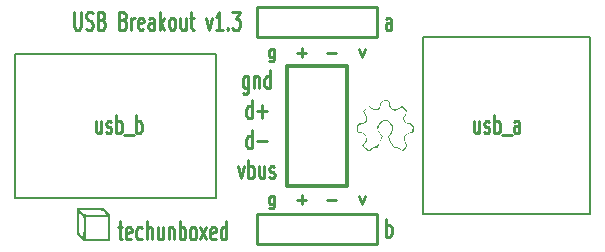
<source format=gto>
G04 (created by PCBNEW (2013-05-16 BZR 4016)-stable) date 6/1/2013 11:24:41 AM*
%MOIN*%
G04 Gerber Fmt 3.4, Leading zero omitted, Abs format*
%FSLAX34Y34*%
G01*
G70*
G90*
G04 APERTURE LIST*
%ADD10C,0.00393701*%
%ADD11C,0.01*%
%ADD12C,0.005*%
%ADD13C,0.012*%
%ADD14C,0.0001*%
G04 APERTURE END LIST*
G54D10*
G54D11*
X59814Y-44192D02*
X59814Y-43592D01*
X59814Y-43821D02*
X59852Y-43792D01*
X59928Y-43792D01*
X59966Y-43821D01*
X59985Y-43850D01*
X60004Y-43907D01*
X60004Y-44078D01*
X59985Y-44135D01*
X59966Y-44164D01*
X59928Y-44192D01*
X59852Y-44192D01*
X59814Y-44164D01*
X59985Y-37292D02*
X59985Y-36978D01*
X59966Y-36921D01*
X59928Y-36892D01*
X59852Y-36892D01*
X59814Y-36921D01*
X59985Y-37264D02*
X59947Y-37292D01*
X59852Y-37292D01*
X59814Y-37264D01*
X59795Y-37207D01*
X59795Y-37150D01*
X59814Y-37092D01*
X59852Y-37064D01*
X59947Y-37064D01*
X59985Y-37035D01*
X50871Y-43882D02*
X51024Y-43882D01*
X50929Y-43682D02*
X50929Y-44197D01*
X50948Y-44254D01*
X50986Y-44282D01*
X51024Y-44282D01*
X51310Y-44254D02*
X51271Y-44282D01*
X51195Y-44282D01*
X51157Y-44254D01*
X51138Y-44197D01*
X51138Y-43968D01*
X51157Y-43911D01*
X51195Y-43882D01*
X51271Y-43882D01*
X51310Y-43911D01*
X51329Y-43968D01*
X51329Y-44025D01*
X51138Y-44082D01*
X51671Y-44254D02*
X51633Y-44282D01*
X51557Y-44282D01*
X51519Y-44254D01*
X51500Y-44225D01*
X51481Y-44168D01*
X51481Y-43997D01*
X51500Y-43940D01*
X51519Y-43911D01*
X51557Y-43882D01*
X51633Y-43882D01*
X51671Y-43911D01*
X51843Y-44282D02*
X51843Y-43682D01*
X52014Y-44282D02*
X52014Y-43968D01*
X51995Y-43911D01*
X51957Y-43882D01*
X51900Y-43882D01*
X51862Y-43911D01*
X51843Y-43940D01*
X52376Y-43882D02*
X52376Y-44282D01*
X52205Y-43882D02*
X52205Y-44197D01*
X52224Y-44254D01*
X52262Y-44282D01*
X52319Y-44282D01*
X52357Y-44254D01*
X52376Y-44225D01*
X52567Y-43882D02*
X52567Y-44282D01*
X52567Y-43940D02*
X52586Y-43911D01*
X52624Y-43882D01*
X52681Y-43882D01*
X52719Y-43911D01*
X52738Y-43968D01*
X52738Y-44282D01*
X52929Y-44282D02*
X52929Y-43682D01*
X52929Y-43911D02*
X52967Y-43882D01*
X53043Y-43882D01*
X53081Y-43911D01*
X53100Y-43940D01*
X53119Y-43997D01*
X53119Y-44168D01*
X53100Y-44225D01*
X53081Y-44254D01*
X53043Y-44282D01*
X52967Y-44282D01*
X52929Y-44254D01*
X53348Y-44282D02*
X53310Y-44254D01*
X53290Y-44225D01*
X53271Y-44168D01*
X53271Y-43997D01*
X53290Y-43940D01*
X53310Y-43911D01*
X53348Y-43882D01*
X53405Y-43882D01*
X53443Y-43911D01*
X53462Y-43940D01*
X53481Y-43997D01*
X53481Y-44168D01*
X53462Y-44225D01*
X53443Y-44254D01*
X53405Y-44282D01*
X53348Y-44282D01*
X53614Y-44282D02*
X53824Y-43882D01*
X53614Y-43882D02*
X53824Y-44282D01*
X54129Y-44254D02*
X54090Y-44282D01*
X54014Y-44282D01*
X53976Y-44254D01*
X53957Y-44197D01*
X53957Y-43968D01*
X53976Y-43911D01*
X54014Y-43882D01*
X54090Y-43882D01*
X54129Y-43911D01*
X54148Y-43968D01*
X54148Y-44025D01*
X53957Y-44082D01*
X54490Y-44282D02*
X54490Y-43682D01*
X54490Y-44254D02*
X54452Y-44282D01*
X54376Y-44282D01*
X54338Y-44254D01*
X54319Y-44225D01*
X54300Y-44168D01*
X54300Y-43997D01*
X54319Y-43940D01*
X54338Y-43911D01*
X54376Y-43882D01*
X54452Y-43882D01*
X54490Y-43911D01*
X49417Y-36692D02*
X49417Y-37178D01*
X49436Y-37235D01*
X49455Y-37264D01*
X49493Y-37292D01*
X49570Y-37292D01*
X49608Y-37264D01*
X49627Y-37235D01*
X49646Y-37178D01*
X49646Y-36692D01*
X49817Y-37264D02*
X49874Y-37292D01*
X49970Y-37292D01*
X50008Y-37264D01*
X50027Y-37235D01*
X50046Y-37178D01*
X50046Y-37121D01*
X50027Y-37064D01*
X50008Y-37035D01*
X49970Y-37007D01*
X49893Y-36978D01*
X49855Y-36950D01*
X49836Y-36921D01*
X49817Y-36864D01*
X49817Y-36807D01*
X49836Y-36750D01*
X49855Y-36721D01*
X49893Y-36692D01*
X49989Y-36692D01*
X50046Y-36721D01*
X50350Y-36978D02*
X50408Y-37007D01*
X50427Y-37035D01*
X50446Y-37092D01*
X50446Y-37178D01*
X50427Y-37235D01*
X50408Y-37264D01*
X50370Y-37292D01*
X50217Y-37292D01*
X50217Y-36692D01*
X50350Y-36692D01*
X50389Y-36721D01*
X50408Y-36750D01*
X50427Y-36807D01*
X50427Y-36864D01*
X50408Y-36921D01*
X50389Y-36950D01*
X50350Y-36978D01*
X50217Y-36978D01*
X51055Y-36978D02*
X51112Y-37007D01*
X51131Y-37035D01*
X51150Y-37092D01*
X51150Y-37178D01*
X51131Y-37235D01*
X51112Y-37264D01*
X51074Y-37292D01*
X50922Y-37292D01*
X50922Y-36692D01*
X51055Y-36692D01*
X51093Y-36721D01*
X51112Y-36750D01*
X51131Y-36807D01*
X51131Y-36864D01*
X51112Y-36921D01*
X51093Y-36950D01*
X51055Y-36978D01*
X50922Y-36978D01*
X51322Y-37292D02*
X51322Y-36892D01*
X51322Y-37007D02*
X51341Y-36950D01*
X51360Y-36921D01*
X51398Y-36892D01*
X51436Y-36892D01*
X51722Y-37264D02*
X51684Y-37292D01*
X51608Y-37292D01*
X51570Y-37264D01*
X51550Y-37207D01*
X51550Y-36978D01*
X51570Y-36921D01*
X51608Y-36892D01*
X51684Y-36892D01*
X51722Y-36921D01*
X51741Y-36978D01*
X51741Y-37035D01*
X51550Y-37092D01*
X52084Y-37292D02*
X52084Y-36978D01*
X52065Y-36921D01*
X52027Y-36892D01*
X51950Y-36892D01*
X51912Y-36921D01*
X52084Y-37264D02*
X52046Y-37292D01*
X51950Y-37292D01*
X51912Y-37264D01*
X51893Y-37207D01*
X51893Y-37150D01*
X51912Y-37092D01*
X51950Y-37064D01*
X52046Y-37064D01*
X52084Y-37035D01*
X52274Y-37292D02*
X52274Y-36692D01*
X52312Y-37064D02*
X52427Y-37292D01*
X52427Y-36892D02*
X52274Y-37121D01*
X52655Y-37292D02*
X52617Y-37264D01*
X52598Y-37235D01*
X52579Y-37178D01*
X52579Y-37007D01*
X52598Y-36950D01*
X52617Y-36921D01*
X52655Y-36892D01*
X52712Y-36892D01*
X52750Y-36921D01*
X52770Y-36950D01*
X52789Y-37007D01*
X52789Y-37178D01*
X52770Y-37235D01*
X52750Y-37264D01*
X52712Y-37292D01*
X52655Y-37292D01*
X53131Y-36892D02*
X53131Y-37292D01*
X52960Y-36892D02*
X52960Y-37207D01*
X52979Y-37264D01*
X53017Y-37292D01*
X53074Y-37292D01*
X53112Y-37264D01*
X53131Y-37235D01*
X53265Y-36892D02*
X53417Y-36892D01*
X53322Y-36692D02*
X53322Y-37207D01*
X53341Y-37264D01*
X53379Y-37292D01*
X53417Y-37292D01*
X53817Y-36892D02*
X53912Y-37292D01*
X54008Y-36892D01*
X54369Y-37292D02*
X54141Y-37292D01*
X54255Y-37292D02*
X54255Y-36692D01*
X54217Y-36778D01*
X54179Y-36835D01*
X54141Y-36864D01*
X54541Y-37235D02*
X54560Y-37264D01*
X54541Y-37292D01*
X54522Y-37264D01*
X54541Y-37235D01*
X54541Y-37292D01*
X54693Y-36692D02*
X54941Y-36692D01*
X54808Y-36921D01*
X54865Y-36921D01*
X54903Y-36950D01*
X54922Y-36978D01*
X54941Y-37035D01*
X54941Y-37178D01*
X54922Y-37235D01*
X54903Y-37264D01*
X54865Y-37292D01*
X54750Y-37292D01*
X54712Y-37264D01*
X54693Y-37235D01*
X58904Y-42845D02*
X59000Y-43111D01*
X59095Y-42845D01*
X57847Y-42959D02*
X58152Y-42959D01*
X56847Y-42959D02*
X57152Y-42959D01*
X57000Y-43111D02*
X57000Y-42807D01*
X56085Y-42845D02*
X56085Y-43169D01*
X56066Y-43207D01*
X56047Y-43226D01*
X56009Y-43245D01*
X55952Y-43245D01*
X55914Y-43226D01*
X56085Y-43092D02*
X56047Y-43111D01*
X55971Y-43111D01*
X55933Y-43092D01*
X55914Y-43073D01*
X55895Y-43035D01*
X55895Y-42921D01*
X55914Y-42883D01*
X55933Y-42864D01*
X55971Y-42845D01*
X56047Y-42845D01*
X56085Y-42864D01*
X55223Y-38842D02*
X55223Y-39328D01*
X55204Y-39385D01*
X55185Y-39414D01*
X55147Y-39442D01*
X55090Y-39442D01*
X55052Y-39414D01*
X55223Y-39214D02*
X55185Y-39242D01*
X55109Y-39242D01*
X55071Y-39214D01*
X55052Y-39185D01*
X55033Y-39128D01*
X55033Y-38957D01*
X55052Y-38900D01*
X55071Y-38871D01*
X55109Y-38842D01*
X55185Y-38842D01*
X55223Y-38871D01*
X55414Y-38842D02*
X55414Y-39242D01*
X55414Y-38900D02*
X55433Y-38871D01*
X55471Y-38842D01*
X55528Y-38842D01*
X55566Y-38871D01*
X55585Y-38928D01*
X55585Y-39242D01*
X55947Y-39242D02*
X55947Y-38642D01*
X55947Y-39214D02*
X55909Y-39242D01*
X55833Y-39242D01*
X55795Y-39214D01*
X55776Y-39185D01*
X55757Y-39128D01*
X55757Y-38957D01*
X55776Y-38900D01*
X55795Y-38871D01*
X55833Y-38842D01*
X55909Y-38842D01*
X55947Y-38871D01*
X55338Y-40242D02*
X55338Y-39642D01*
X55338Y-40214D02*
X55300Y-40242D01*
X55223Y-40242D01*
X55185Y-40214D01*
X55166Y-40185D01*
X55147Y-40128D01*
X55147Y-39957D01*
X55166Y-39900D01*
X55185Y-39871D01*
X55223Y-39842D01*
X55300Y-39842D01*
X55338Y-39871D01*
X55528Y-40014D02*
X55833Y-40014D01*
X55680Y-40242D02*
X55680Y-39785D01*
X55338Y-41242D02*
X55338Y-40642D01*
X55338Y-41214D02*
X55300Y-41242D01*
X55223Y-41242D01*
X55185Y-41214D01*
X55166Y-41185D01*
X55147Y-41128D01*
X55147Y-40957D01*
X55166Y-40900D01*
X55185Y-40871D01*
X55223Y-40842D01*
X55300Y-40842D01*
X55338Y-40871D01*
X55528Y-41014D02*
X55833Y-41014D01*
X58904Y-37945D02*
X59000Y-38211D01*
X59095Y-37945D01*
X57847Y-38059D02*
X58152Y-38059D01*
X56847Y-38059D02*
X57152Y-38059D01*
X57000Y-38211D02*
X57000Y-37907D01*
X54880Y-41842D02*
X54976Y-42242D01*
X55071Y-41842D01*
X55223Y-42242D02*
X55223Y-41642D01*
X55223Y-41871D02*
X55261Y-41842D01*
X55338Y-41842D01*
X55376Y-41871D01*
X55395Y-41900D01*
X55414Y-41957D01*
X55414Y-42128D01*
X55395Y-42185D01*
X55376Y-42214D01*
X55338Y-42242D01*
X55261Y-42242D01*
X55223Y-42214D01*
X55757Y-41842D02*
X55757Y-42242D01*
X55585Y-41842D02*
X55585Y-42157D01*
X55604Y-42214D01*
X55642Y-42242D01*
X55700Y-42242D01*
X55738Y-42214D01*
X55757Y-42185D01*
X55928Y-42214D02*
X55966Y-42242D01*
X56042Y-42242D01*
X56080Y-42214D01*
X56100Y-42157D01*
X56100Y-42128D01*
X56080Y-42071D01*
X56042Y-42042D01*
X55985Y-42042D01*
X55947Y-42014D01*
X55928Y-41957D01*
X55928Y-41928D01*
X55947Y-41871D01*
X55985Y-41842D01*
X56042Y-41842D01*
X56080Y-41871D01*
X56085Y-37945D02*
X56085Y-38269D01*
X56066Y-38307D01*
X56047Y-38326D01*
X56009Y-38345D01*
X55952Y-38345D01*
X55914Y-38326D01*
X56085Y-38192D02*
X56047Y-38211D01*
X55971Y-38211D01*
X55933Y-38192D01*
X55914Y-38173D01*
X55895Y-38135D01*
X55895Y-38021D01*
X55914Y-37983D01*
X55933Y-37964D01*
X55971Y-37945D01*
X56047Y-37945D01*
X56085Y-37964D01*
G54D12*
X47450Y-38100D02*
X47450Y-42900D01*
X47450Y-42900D02*
X54150Y-42900D01*
X54150Y-42900D02*
X54150Y-38100D01*
X54150Y-38100D02*
X47450Y-38100D01*
X61050Y-37550D02*
X66600Y-37550D01*
X66600Y-43450D02*
X61050Y-43450D01*
X61050Y-37550D02*
X61050Y-43450D01*
X66600Y-37550D02*
X66600Y-43450D01*
G54D13*
X58500Y-38500D02*
X58500Y-42500D01*
X58500Y-42500D02*
X56500Y-42500D01*
X56500Y-42500D02*
X56500Y-38500D01*
X56500Y-38500D02*
X58500Y-38500D01*
G54D11*
X59500Y-37550D02*
X55500Y-37550D01*
X59500Y-36550D02*
X55500Y-36550D01*
X55500Y-36550D02*
X55500Y-37550D01*
X59500Y-37550D02*
X59500Y-36550D01*
X59500Y-44450D02*
X55500Y-44450D01*
X59500Y-43450D02*
X55500Y-43450D01*
X55500Y-43450D02*
X55500Y-44450D01*
X59500Y-44450D02*
X59500Y-43450D01*
G54D14*
G36*
X60733Y-40579D02*
X60730Y-40670D01*
X60709Y-40715D01*
X60700Y-40718D01*
X60700Y-40581D01*
X60681Y-40490D01*
X60621Y-40444D01*
X60531Y-40433D01*
X60471Y-40404D01*
X60416Y-40332D01*
X60384Y-40260D01*
X60388Y-40207D01*
X60429Y-40139D01*
X60436Y-40129D01*
X60508Y-40027D01*
X60424Y-39943D01*
X60340Y-39859D01*
X60241Y-39932D01*
X60170Y-39979D01*
X60118Y-39986D01*
X60049Y-39958D01*
X60041Y-39954D01*
X59957Y-39885D01*
X59919Y-39784D01*
X59897Y-39705D01*
X59858Y-39672D01*
X59784Y-39666D01*
X59711Y-39672D01*
X59674Y-39702D01*
X59654Y-39776D01*
X59650Y-39797D01*
X59607Y-39911D01*
X59531Y-39969D01*
X59428Y-39968D01*
X59336Y-39925D01*
X59230Y-39858D01*
X59148Y-39934D01*
X59067Y-40010D01*
X59137Y-40123D01*
X59180Y-40206D01*
X59186Y-40271D01*
X59167Y-40330D01*
X59123Y-40399D01*
X59047Y-40436D01*
X58997Y-40446D01*
X58913Y-40464D01*
X58875Y-40496D01*
X58866Y-40560D01*
X58866Y-40579D01*
X58872Y-40653D01*
X58904Y-40690D01*
X58980Y-40709D01*
X58992Y-40711D01*
X59084Y-40737D01*
X59136Y-40789D01*
X59158Y-40838D01*
X59180Y-40920D01*
X59166Y-40989D01*
X59133Y-41049D01*
X59093Y-41120D01*
X59088Y-41163D01*
X59122Y-41207D01*
X59141Y-41227D01*
X59196Y-41279D01*
X59233Y-41293D01*
X59281Y-41270D01*
X59333Y-41233D01*
X59410Y-41192D01*
X59471Y-41183D01*
X59475Y-41185D01*
X59514Y-41174D01*
X59558Y-41109D01*
X59598Y-41021D01*
X59672Y-40838D01*
X59602Y-40769D01*
X59535Y-40660D01*
X59527Y-40541D01*
X59577Y-40427D01*
X59626Y-40375D01*
X59738Y-40311D01*
X59844Y-40313D01*
X59952Y-40381D01*
X59969Y-40397D01*
X60047Y-40508D01*
X60059Y-40619D01*
X60005Y-40734D01*
X59988Y-40755D01*
X59910Y-40850D01*
X59989Y-41028D01*
X60041Y-41133D01*
X60084Y-41182D01*
X60120Y-41186D01*
X60180Y-41191D01*
X60255Y-41231D01*
X60259Y-41234D01*
X60345Y-41302D01*
X60426Y-41222D01*
X60478Y-41164D01*
X60486Y-41121D01*
X60454Y-41061D01*
X60448Y-41053D01*
X60406Y-40939D01*
X60424Y-40834D01*
X60495Y-40753D01*
X60576Y-40719D01*
X60657Y-40692D01*
X60692Y-40652D01*
X60700Y-40581D01*
X60700Y-40718D01*
X60654Y-40736D01*
X60602Y-40745D01*
X60513Y-40767D01*
X60469Y-40807D01*
X60450Y-40865D01*
X60453Y-40988D01*
X60488Y-41065D01*
X60524Y-41134D01*
X60524Y-41180D01*
X60482Y-41232D01*
X60460Y-41254D01*
X60372Y-41342D01*
X60261Y-41276D01*
X60175Y-41236D01*
X60106Y-41222D01*
X60096Y-41223D01*
X60054Y-41209D01*
X60006Y-41142D01*
X59959Y-41043D01*
X59875Y-40850D01*
X59954Y-40755D01*
X60021Y-40638D01*
X60021Y-40525D01*
X59955Y-40419D01*
X59951Y-40415D01*
X59853Y-40346D01*
X59757Y-40344D01*
X59654Y-40407D01*
X59653Y-40408D01*
X59575Y-40513D01*
X59559Y-40624D01*
X59606Y-40729D01*
X59637Y-40762D01*
X59707Y-40828D01*
X59628Y-41032D01*
X59580Y-41145D01*
X59541Y-41206D01*
X59502Y-41227D01*
X59482Y-41227D01*
X59407Y-41239D01*
X59333Y-41275D01*
X59268Y-41318D01*
X59223Y-41325D01*
X59174Y-41292D01*
X59119Y-41236D01*
X59026Y-41139D01*
X59098Y-41042D01*
X59144Y-40968D01*
X59149Y-40909D01*
X59129Y-40855D01*
X59066Y-40777D01*
X59002Y-40746D01*
X58903Y-40721D01*
X58853Y-40691D01*
X58835Y-40640D01*
X58833Y-40585D01*
X58857Y-40478D01*
X58930Y-40416D01*
X59031Y-40400D01*
X59103Y-40373D01*
X59140Y-40304D01*
X59138Y-40209D01*
X59101Y-40118D01*
X59034Y-40011D01*
X59132Y-39917D01*
X59229Y-39824D01*
X59336Y-39892D01*
X59447Y-39936D01*
X59537Y-39918D01*
X59600Y-39839D01*
X59623Y-39770D01*
X59647Y-39693D01*
X59686Y-39656D01*
X59764Y-39641D01*
X59789Y-39639D01*
X59877Y-39636D01*
X59920Y-39655D01*
X59940Y-39713D01*
X59948Y-39760D01*
X59990Y-39877D01*
X60061Y-39938D01*
X60154Y-39940D01*
X60232Y-39900D01*
X60315Y-39848D01*
X60372Y-39841D01*
X60428Y-39881D01*
X60460Y-39916D01*
X60515Y-39987D01*
X60526Y-40039D01*
X60492Y-40100D01*
X60469Y-40130D01*
X60424Y-40230D01*
X60440Y-40318D01*
X60512Y-40384D01*
X60601Y-40413D01*
X60683Y-40429D01*
X60721Y-40458D01*
X60732Y-40521D01*
X60733Y-40579D01*
X60733Y-40579D01*
X60733Y-40579D01*
G37*
G36*
X50604Y-44337D02*
X50537Y-44337D01*
X50537Y-44270D01*
X50537Y-43903D01*
X50537Y-43537D01*
X50515Y-43537D01*
X50515Y-43470D01*
X50437Y-43387D01*
X50399Y-43350D01*
X50357Y-43326D01*
X50297Y-43312D01*
X50204Y-43305D01*
X50066Y-43303D01*
X49992Y-43303D01*
X49625Y-43303D01*
X49704Y-43387D01*
X49742Y-43423D01*
X49784Y-43447D01*
X49844Y-43461D01*
X49936Y-43468D01*
X50075Y-43470D01*
X50148Y-43470D01*
X50515Y-43470D01*
X50515Y-43537D01*
X50170Y-43537D01*
X49804Y-43537D01*
X49804Y-43903D01*
X49804Y-44270D01*
X50170Y-44270D01*
X50537Y-44270D01*
X50537Y-44337D01*
X50177Y-44337D01*
X49750Y-44337D01*
X49733Y-44319D01*
X49733Y-43711D01*
X49731Y-43607D01*
X49722Y-43539D01*
X49701Y-43493D01*
X49667Y-43452D01*
X49655Y-43439D01*
X49570Y-43355D01*
X49570Y-43702D01*
X49571Y-43861D01*
X49577Y-43968D01*
X49590Y-44039D01*
X49612Y-44088D01*
X49645Y-44129D01*
X49720Y-44209D01*
X49730Y-43866D01*
X49733Y-43711D01*
X49733Y-44319D01*
X49627Y-44210D01*
X49503Y-44084D01*
X49503Y-43660D01*
X49504Y-43237D01*
X49947Y-43237D01*
X50390Y-43237D01*
X50497Y-43346D01*
X50603Y-43456D01*
X50604Y-43896D01*
X50604Y-44337D01*
X50604Y-44337D01*
X50604Y-44337D01*
G37*
G54D11*
X50309Y-40342D02*
X50309Y-40742D01*
X50138Y-40342D02*
X50138Y-40657D01*
X50157Y-40714D01*
X50195Y-40742D01*
X50252Y-40742D01*
X50290Y-40714D01*
X50309Y-40685D01*
X50480Y-40714D02*
X50519Y-40742D01*
X50595Y-40742D01*
X50633Y-40714D01*
X50652Y-40657D01*
X50652Y-40628D01*
X50633Y-40571D01*
X50595Y-40542D01*
X50538Y-40542D01*
X50500Y-40514D01*
X50480Y-40457D01*
X50480Y-40428D01*
X50500Y-40371D01*
X50538Y-40342D01*
X50595Y-40342D01*
X50633Y-40371D01*
X50823Y-40742D02*
X50823Y-40142D01*
X50823Y-40371D02*
X50861Y-40342D01*
X50938Y-40342D01*
X50976Y-40371D01*
X50995Y-40400D01*
X51014Y-40457D01*
X51014Y-40628D01*
X50995Y-40685D01*
X50976Y-40714D01*
X50938Y-40742D01*
X50861Y-40742D01*
X50823Y-40714D01*
X51090Y-40800D02*
X51395Y-40800D01*
X51490Y-40742D02*
X51490Y-40142D01*
X51490Y-40371D02*
X51528Y-40342D01*
X51604Y-40342D01*
X51642Y-40371D01*
X51661Y-40400D01*
X51680Y-40457D01*
X51680Y-40628D01*
X51661Y-40685D01*
X51642Y-40714D01*
X51604Y-40742D01*
X51528Y-40742D01*
X51490Y-40714D01*
X62909Y-40342D02*
X62909Y-40742D01*
X62738Y-40342D02*
X62738Y-40657D01*
X62757Y-40714D01*
X62795Y-40742D01*
X62852Y-40742D01*
X62890Y-40714D01*
X62909Y-40685D01*
X63080Y-40714D02*
X63119Y-40742D01*
X63195Y-40742D01*
X63233Y-40714D01*
X63252Y-40657D01*
X63252Y-40628D01*
X63233Y-40571D01*
X63195Y-40542D01*
X63138Y-40542D01*
X63100Y-40514D01*
X63080Y-40457D01*
X63080Y-40428D01*
X63100Y-40371D01*
X63138Y-40342D01*
X63195Y-40342D01*
X63233Y-40371D01*
X63423Y-40742D02*
X63423Y-40142D01*
X63423Y-40371D02*
X63461Y-40342D01*
X63538Y-40342D01*
X63576Y-40371D01*
X63595Y-40400D01*
X63614Y-40457D01*
X63614Y-40628D01*
X63595Y-40685D01*
X63576Y-40714D01*
X63538Y-40742D01*
X63461Y-40742D01*
X63423Y-40714D01*
X63690Y-40800D02*
X63995Y-40800D01*
X64261Y-40742D02*
X64261Y-40428D01*
X64242Y-40371D01*
X64204Y-40342D01*
X64128Y-40342D01*
X64090Y-40371D01*
X64261Y-40714D02*
X64223Y-40742D01*
X64128Y-40742D01*
X64090Y-40714D01*
X64071Y-40657D01*
X64071Y-40600D01*
X64090Y-40542D01*
X64128Y-40514D01*
X64223Y-40514D01*
X64261Y-40485D01*
M02*

</source>
